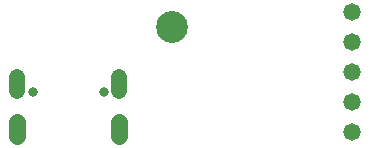
<source format=gbr>
G04 EAGLE Gerber RS-274X export*
G75*
%MOMM*%
%FSLAX34Y34*%
%LPD*%
%INSoldermask Bottom*%
%IPPOS*%
%AMOC8*
5,1,8,0,0,1.08239X$1,22.5*%
G01*
%ADD10C,1.473200*%
%ADD11C,0.803200*%
%ADD12C,0.833200*%
%ADD13C,1.361200*%
%ADD14C,1.403200*%
%ADD15C,2.703200*%


D10*
X301540Y46840D03*
X301540Y72240D03*
X301540Y97640D03*
D11*
X90960Y54864D03*
D12*
X90960Y54864D03*
X30960Y54864D03*
D13*
X17760Y56324D02*
X17760Y67904D01*
X104160Y67904D02*
X104160Y56324D01*
D14*
X17760Y29864D02*
X17760Y17864D01*
X104160Y17864D02*
X104160Y29864D01*
D10*
X301540Y21440D03*
X301540Y123040D03*
D15*
X148500Y110000D03*
M02*

</source>
